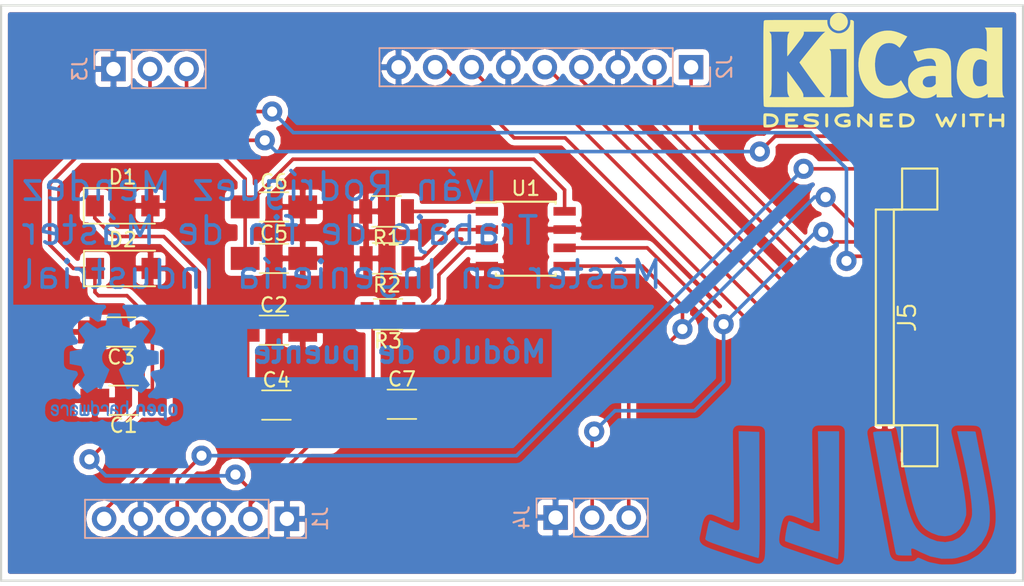
<source format=kicad_pcb>
(kicad_pcb (version 4) (host pcbnew 4.0.7-e2-6376~60~ubuntu17.10.1)
  (title_block (title "Módulo Puente Vías OV5647/IMX219 Conexión DUPONT") (date 2018-04-05) (rev "Rev 1.0") (company "Universidad de la Laguna") (comment 1 "Iván Rodríguez Méndez") (comment 2 "Adaptación multicámara NVIDIA JETSON TX2") (comment 3 "Área de Teoría de la Señal y Comunicación ") (comment 4 "Departamento de Ingeniería Industrial"))
  (layers (0 F.Cu signal) (31 B.Cu signal) (34 B.Paste user) (35 F.Paste user) (36 B.SilkS user) (37 F.SilkS user) (38 B.Mask user) (39 F.Mask user) (44 Edge.Cuts user))
  (net 0 "")
  (net 1 GND)
  (net 2 CON_CSI_D1_P)
  (net 3 CON_CSI_D1_N)
  (net 4 CON_CSI_D0_P)
  (net 5 CON_CSI_CLK_P)
  (net 6 CON_CSI_CLK_N)
  (net 7 CAM_I2C_SCL)
  (net 8 CAM_I2C_SDA)
  (net 9 DVDD_CAM_IO_1V8)
  (net 10 "Net-(R3-Pad1)")
  (net 11 CON_CSI_D0_N)
  (net 12 CAM0_MCLK)
  (net 13 CAM0_PWDN)
  (net 14 VDD_3V3_SLP)
  (net 15 AVDD_CAM_2V8)
  (net 16 "Net-(R1-Pad1)")
  (net 17 "Net-(R2-Pad1)")
  (module Capacitors_SMD:C_1206_HandSoldering (layer F.Cu) (at 107.51312 97.45472 180)
    (fp_text reference C1 (at 0 -1.75 180) (layer F.SilkS))
    (fp_text value "0,1 uF")
    (pad 1 smd rect (at -2 0 180) (size 2 1.6) (layers F.Cu F.Paste F.Mask) (net 9 DVDD_CAM_IO_1V8))
    (pad 2 smd rect (at 2 0 180) (size 2 1.6) (layers F.Cu F.Paste F.Mask) (net 1 GND))
  )
  (module Capacitors_SMD:C_1206_HandSoldering (layer F.Cu) (at 117.9576 92.583)
    (fp_text reference C2 (at 0 -1.75) (layer F.SilkS))
    (fp_text value "4,7 uF")
    (pad 1 smd rect (at -2 0) (size 2 1.6) (layers F.Cu F.Paste F.Mask) (net 15 AVDD_CAM_2V8))
    (pad 2 smd rect (at 2 0) (size 2 1.6) (layers F.Cu F.Paste F.Mask) (net 1 GND))
  )
  (module Capacitors_SMD:C_1206_HandSoldering (layer F.Cu) (at 107.34548 92.70492 180)
    (fp_text reference C3 (at 0 -1.75 180) (layer F.SilkS))
    (fp_text value "0,1 uF")
    (pad 1 smd rect (at -2 0 180) (size 2 1.6) (layers F.Cu F.Paste F.Mask) (net 9 DVDD_CAM_IO_1V8))
    (pad 2 smd rect (at 2 0 180) (size 2 1.6) (layers F.Cu F.Paste F.Mask) (net 1 GND))
  )
  (module Capacitors_SMD:C_1206_HandSoldering (layer F.Cu) (at 118.13032 97.79)
    (fp_text reference C4 (at 0 -1.75) (layer F.SilkS))
    (fp_text value "0,1 uF")
    (pad 1 smd rect (at -2 0) (size 2 1.6) (layers F.Cu F.Paste F.Mask) (net 15 AVDD_CAM_2V8))
    (pad 2 smd rect (at 2 0) (size 2 1.6) (layers F.Cu F.Paste F.Mask) (net 1 GND))
  )
  (module Capacitors_SMD:C_1206_HandSoldering (layer F.Cu) (at 117.9576 87.5919)
    (fp_text reference C5 (at 0 -1.75) (layer F.SilkS))
    (fp_text value "4,7 uF")
    (pad 1 smd rect (at -2 0) (size 2 1.6) (layers F.Cu F.Paste F.Mask) (net 9 DVDD_CAM_IO_1V8))
    (pad 2 smd rect (at 2 0) (size 2 1.6) (layers F.Cu F.Paste F.Mask) (net 1 GND))
  )
  (module Capacitors_SMD:C_1206_HandSoldering (layer F.Cu) (at 117.9576 84.0105)
    (fp_text reference C6 (at 0 -1.75) (layer F.SilkS))
    (fp_text value "0,1 uF")
    (pad 1 smd rect (at -2 0) (size 2 1.6) (layers F.Cu F.Paste F.Mask) (net 9 DVDD_CAM_IO_1V8))
    (pad 2 smd rect (at 2 0) (size 2 1.6) (layers F.Cu F.Paste F.Mask) (net 1 GND))
  )
  (module Capacitors_SMD:C_1206_HandSoldering (layer F.Cu) (at 126.8476 97.73412)
    (fp_text reference C7 (at 0 -1.75) (layer F.SilkS))
    (fp_text value 0.1uF)
    (pad 1 smd rect (at -2 0) (size 2 1.6) (layers F.Cu F.Paste F.Mask) (net 9 DVDD_CAM_IO_1V8))
    (pad 2 smd rect (at 2 0) (size 2 1.6) (layers F.Cu F.Paste F.Mask) (net 1 GND))
  )
  (module Diodes_SMD:D_2010 (layer F.Cu) (at 107.442 83.9343)
    (fp_text reference D1 (at 0 -2) (layer F.SilkS))
    (fp_text value D_Zener)
    (pad 1 smd rect (at -1.935 0) (size 1.27 1.47) (layers F.Cu F.Paste F.Mask) (net 15 AVDD_CAM_2V8))
    (pad 2 smd rect (at 1.935 0) (size 1.27 1.47) (layers F.Cu F.Paste F.Mask) (net 1 GND))
  )
  (module Diodes_SMD:D_2010 (layer F.Cu) (at 107.45724 88.2904)
    (fp_text reference D2 (at 0 -2) (layer F.SilkS))
    (fp_text value D_Zener)
    (pad 1 smd rect (at -1.935 0) (size 1.27 1.47) (layers F.Cu F.Paste F.Mask) (net 9 DVDD_CAM_IO_1V8))
    (pad 2 smd rect (at 1.935 0) (size 1.27 1.47) (layers F.Cu F.Paste F.Mask) (net 1 GND))
  )
  (module Pin_Headers:Pin_Header_Straight_1x06_Pitch2.54mm (layer B.Cu) (at 118.8593 105.7021 90)
    (fp_text reference J1 (at 0 2.33 90) (layer B.SilkS) (effects (justify mirror)))
    (fp_text value Conn_01x06)
    (pad 1 thru_hole rect (at 0 0 90) (size 1.7 1.7) (drill 1) (layers *.Cu *.Mask) (net 1 GND))
    (pad 2 thru_hole oval (at 0 -2.54 90) (size 1.7 1.7) (drill 1) (layers *.Cu *.Mask) (net 9 DVDD_CAM_IO_1V8))
    (pad 3 thru_hole oval (at 0 -5.08 90) (size 1.7 1.7) (drill 1) (layers *.Cu *.Mask) (net 1 GND))
    (pad 4 thru_hole oval (at 0 -7.62 90) (size 1.7 1.7) (drill 1) (layers *.Cu *.Mask) (net 14 VDD_3V3_SLP))
    (pad 5 thru_hole oval (at 0 -10.16 90) (size 1.7 1.7) (drill 1) (layers *.Cu *.Mask) (net 1 GND))
    (pad 6 thru_hole oval (at 0 -12.7 90) (size 1.7 1.7) (drill 1) (layers *.Cu *.Mask) (net 15 AVDD_CAM_2V8))
  )
  (module Pin_Headers:Pin_Header_Straight_1x09_Pitch2.54mm (layer B.Cu) (at 146.939 74.295 90)
    (fp_text reference J2 (at 0 2.33 90) (layer B.SilkS) (effects (justify mirror)))
    (fp_text value Conn_01x09)
    (pad 1 thru_hole rect (at 0 0 90) (size 1.7 1.7) (drill 1) (layers *.Cu *.Mask) (net 5 CON_CSI_CLK_P))
    (pad 2 thru_hole oval (at 0 -2.54 90) (size 1.7 1.7) (drill 1) (layers *.Cu *.Mask) (net 6 CON_CSI_CLK_N))
    (pad 3 thru_hole oval (at 0 -5.08 90) (size 1.7 1.7) (drill 1) (layers *.Cu *.Mask) (net 1 GND))
    (pad 4 thru_hole oval (at 0 -7.62 90) (size 1.7 1.7) (drill 1) (layers *.Cu *.Mask) (net 2 CON_CSI_D1_P))
    (pad 5 thru_hole oval (at 0 -10.16 90) (size 1.7 1.7) (drill 1) (layers *.Cu *.Mask) (net 3 CON_CSI_D1_N))
    (pad 6 thru_hole oval (at 0 -12.7 90) (size 1.7 1.7) (drill 1) (layers *.Cu *.Mask) (net 1 GND))
    (pad 7 thru_hole oval (at 0 -15.24 90) (size 1.7 1.7) (drill 1) (layers *.Cu *.Mask) (net 4 CON_CSI_D0_P))
    (pad 8 thru_hole oval (at 0 -17.78 90) (size 1.7 1.7) (drill 1) (layers *.Cu *.Mask) (net 11 CON_CSI_D0_N))
    (pad 9 thru_hole oval (at 0 -20.32 90) (size 1.7 1.7) (drill 1) (layers *.Cu *.Mask) (net 1 GND))
  )
  (module Pin_Headers:Pin_Header_Straight_1x03_Pitch2.54mm (layer B.Cu) (at 106.807 74.422 270)
    (fp_text reference J3 (at 0 2.33 270) (layer B.SilkS) (effects (justify mirror)))
    (fp_text value Conn_01x03)
    (pad 1 thru_hole rect (at 0 0 270) (size 1.7 1.7) (drill 1) (layers *.Cu *.Mask) (net 1 GND))
    (pad 2 thru_hole oval (at 0 -2.54 270) (size 1.7 1.7) (drill 1) (layers *.Cu *.Mask) (net 13 CAM0_PWDN))
    (pad 3 thru_hole oval (at 0 -5.08 270) (size 1.7 1.7) (drill 1) (layers *.Cu *.Mask) (net 12 CAM0_MCLK))
  )
  (module Pin_Headers:Pin_Header_Straight_1x03_Pitch2.54mm (layer B.Cu) (at 137.5283 105.6132 270)
    (fp_text reference J4 (at 0 2.33 270) (layer B.SilkS) (effects (justify mirror)))
    (fp_text value Conn_01x03)
    (pad 1 thru_hole rect (at 0 0 270) (size 1.7 1.7) (drill 1) (layers *.Cu *.Mask) (net 1 GND))
    (pad 2 thru_hole oval (at 0 -2.54 270) (size 1.7 1.7) (drill 1) (layers *.Cu *.Mask) (net 7 CAM_I2C_SCL))
    (pad 3 thru_hole oval (at 0 -5.08 270) (size 1.7 1.7) (drill 1) (layers *.Cu *.Mask) (net 8 CAM_I2C_SDA))
  )
  (module Resistors_SMD:R_1206 (layer F.Cu) (at 125.78588 84.32292 180)
    (fp_text reference R1 (at 0 -1.85 180) (layer F.SilkS))
    (fp_text value 4,7k)
    (pad 1 smd rect (at -1.45 0 180) (size 0.9 1.7) (layers F.Cu F.Paste F.Mask) (net 16 "Net-(R1-Pad1)"))
    (pad 2 smd rect (at 1.45 0 180) (size 0.9 1.7) (layers F.Cu F.Paste F.Mask) (net 1 GND))
  )
  (module Resistors_SMD:R_1206 (layer F.Cu) (at 125.81382 87.5919 180)
    (fp_text reference R2 (at 0 -1.85 180) (layer F.SilkS))
    (fp_text value 4,7k)
    (pad 1 smd rect (at -1.45 0 180) (size 0.9 1.7) (layers F.Cu F.Paste F.Mask) (net 17 "Net-(R2-Pad1)"))
    (pad 2 smd rect (at 1.45 0 180) (size 0.9 1.7) (layers F.Cu F.Paste F.Mask) (net 1 GND))
  )
  (module Resistors_SMD:R_1206 (layer F.Cu) (at 125.8824 91.4781 180)
    (fp_text reference R3 (at 0 -1.85 180) (layer F.SilkS))
    (fp_text value 4,7k)
    (pad 1 smd rect (at -1.45 0 180) (size 0.9 1.7) (layers F.Cu F.Paste F.Mask) (net 10 "Net-(R3-Pad1)"))
    (pad 2 smd rect (at 1.45 0 180) (size 0.9 1.7) (layers F.Cu F.Paste F.Mask) (net 9 DVDD_CAM_IO_1V8))
  )
  (module Housings_SOIC:SOIC-8_3.9x4.9mm_Pitch1.27mm (layer F.Cu) (at 135.45312 86.22284)
    (fp_text reference U1 (at 0 -3.5) (layer F.SilkS))
    (fp_text value AT24CS02-MAHM)
    (pad 1 smd rect (at -2.7 -1.905) (size 1.55 0.6) (layers F.Cu F.Paste F.Mask) (net 16 "Net-(R1-Pad1)"))
    (pad 2 smd rect (at -2.7 -0.635) (size 1.55 0.6) (layers F.Cu F.Paste F.Mask) (net 17 "Net-(R2-Pad1)"))
    (pad 3 smd rect (at -2.7 0.635) (size 1.55 0.6) (layers F.Cu F.Paste F.Mask) (net 10 "Net-(R3-Pad1)"))
    (pad 4 smd rect (at -2.7 1.905) (size 1.55 0.6) (layers F.Cu F.Paste F.Mask) (net 1 GND))
    (pad 5 smd rect (at 2.7 1.905) (size 1.55 0.6) (layers F.Cu F.Paste F.Mask) (net 8 CAM_I2C_SDA))
    (pad 6 smd rect (at 2.7 0.635) (size 1.55 0.6) (layers F.Cu F.Paste F.Mask) (net 7 CAM_I2C_SCL))
    (pad 7 smd rect (at 2.7 -0.635) (size 1.55 0.6) (layers F.Cu F.Paste F.Mask) (net 1 GND))
    (pad 8 smd rect (at 2.7 -1.905) (size 1.55 0.6) (layers F.Cu F.Paste F.Mask) (net 9 DVDD_CAM_IO_1V8))
  )
  (module I-PEX-30:Molex-FPC_30 (layer F.Cu) (at 160.401 91.694 90)
    (fp_text reference J5 (at 0 1.55 90) (layer F.SilkS) (effects (font (size 1.2 1.2))))
    (fp_text value Conn_01x30)
    (pad 1 smd rect (at -7.25 0 90) (size 0.2 0.8) (layers F.Cu F.Paste F.Mask) (net 1 GND))
    (pad 2 smd rect (at -6.75 0 90) (size 0.2 0.8) (layers F.Cu F.Paste F.Mask) (net 1 GND))
    (pad 3 smd rect (at -6.25 0 90) (size 0.2 0.8) (layers F.Cu F.Paste F.Mask) (net 11 CON_CSI_D0_N))
    (pad 4 smd rect (at -5.75 0 90) (size 0.2 0.8) (layers F.Cu F.Paste F.Mask) (net 11 CON_CSI_D0_N))
    (pad 5 smd rect (at -5.25 0 90) (size 0.2 0.8) (layers F.Cu F.Paste F.Mask) (net 4 CON_CSI_D0_P))
    (pad 6 smd rect (at -4.75 0 90) (size 0.2 0.8) (layers F.Cu F.Paste F.Mask) (net 4 CON_CSI_D0_P))
    (pad 7 smd rect (at -4.25 0 90) (size 0.2 0.8) (layers F.Cu F.Paste F.Mask) (net 1 GND))
    (pad 8 smd rect (at -3.75 0 90) (size 0.2 0.8) (layers F.Cu F.Paste F.Mask) (net 1 GND))
    (pad 9 smd rect (at -3.25 0 90) (size 0.2 0.8) (layers F.Cu F.Paste F.Mask) (net 3 CON_CSI_D1_N))
    (pad 10 smd rect (at -2.75 0 90) (size 0.2 0.8) (layers F.Cu F.Paste F.Mask) (net 3 CON_CSI_D1_N))
    (pad 11 smd rect (at -2.25 0 90) (size 0.2 0.8) (layers F.Cu F.Paste F.Mask) (net 2 CON_CSI_D1_P))
    (pad 12 smd rect (at -1.75 0 90) (size 0.2 0.8) (layers F.Cu F.Paste F.Mask) (net 2 CON_CSI_D1_P))
    (pad 13 smd rect (at -1.25 0 90) (size 0.2 0.8) (layers F.Cu F.Paste F.Mask) (net 1 GND))
    (pad 14 smd rect (at -0.75 0 90) (size 0.2 0.8) (layers F.Cu F.Paste F.Mask) (net 1 GND))
    (pad 15 smd rect (at -0.25 0 90) (size 0.2 0.8) (layers F.Cu F.Paste F.Mask) (net 6 CON_CSI_CLK_N))
    (pad 16 smd rect (at 0.25 0 90) (size 0.2 0.8) (layers F.Cu F.Paste F.Mask) (net 6 CON_CSI_CLK_N))
    (pad 17 smd rect (at 0.75 0 90) (size 0.2 0.8) (layers F.Cu F.Paste F.Mask) (net 5 CON_CSI_CLK_P))
    (pad 18 smd rect (at 1.25 0 90) (size 0.2 0.8) (layers F.Cu F.Paste F.Mask) (net 5 CON_CSI_CLK_P))
    (pad 19 smd rect (at 1.75 0 90) (size 0.2 0.8) (layers F.Cu F.Paste F.Mask) (net 1 GND))
    (pad 20 smd rect (at 2.25 0 90) (size 0.2 0.8) (layers F.Cu F.Paste F.Mask) (net 1 GND))
    (pad 21 smd rect (at 2.75 0 90) (size 0.2 0.8) (layers F.Cu F.Paste F.Mask) (net 13 CAM0_PWDN))
    (pad 22 smd rect (at 3.25 0 90) (size 0.2 0.8) (layers F.Cu F.Paste F.Mask) (net 13 CAM0_PWDN))
    (pad 23 smd rect (at 3.75 0 90) (size 0.2 0.8) (layers F.Cu F.Paste F.Mask) (net 12 CAM0_MCLK))
    (pad 24 smd rect (at 4.25 0 90) (size 0.2 0.8) (layers F.Cu F.Paste F.Mask) (net 12 CAM0_MCLK))
    (pad 25 smd rect (at 4.75 0 90) (size 0.2 0.8) (layers F.Cu F.Paste F.Mask) (net 7 CAM_I2C_SCL))
    (pad 26 smd rect (at 5.25 0 90) (size 0.2 0.8) (layers F.Cu F.Paste F.Mask) (net 7 CAM_I2C_SCL))
    (pad 27 smd rect (at 5.75 0 90) (size 0.2 0.8) (layers F.Cu F.Paste F.Mask) (net 8 CAM_I2C_SDA))
    (pad 28 smd rect (at 6.25 0 90) (size 0.2 0.8) (layers F.Cu F.Paste F.Mask) (net 8 CAM_I2C_SDA))
    (pad 29 smd rect (at 6.75 0 90) (size 0.2 0.8) (layers F.Cu F.Paste F.Mask) (net 14 VDD_3V3_SLP))
    (pad 30 smd rect (at 7.25 0 90) (size 0.2 0.8) (layers F.Cu F.Paste F.Mask) (net 14 VDD_3V3_SLP))
    (pad 0 smd rect (at -9.15 2.5 90) (size 1.5 2) (layers F.Cu F.Paste F.Mask) (net 1 GND))
    (pad 0 smd rect (at 9.15 2.5 90) (size 1.5 2) (layers F.Cu F.Paste F.Mask) (net 1 GND))
  )
  (module "Logotipos :LOGO" (layer B.Cu) (at 158.0642 104.1019 180)
    (fp_text reference G*** hide)
    (fp_text value LOGO hide)
    (fp_poly (pts (xy -7.415561 4.2545) (xy -7.466081 4.038804) (xy -7.537631 3.741483) (xy -7.582979 3.556) (xy -7.800147 2.63536) (xy -7.988519 1.75909) (xy -8.145182 0.945445) (xy -8.267224 0.212681) (xy -8.35173 -0.420947) (xy -8.395788 -0.937181) (xy -8.396484 -1.317767) (xy -8.380985 -1.444687) (xy -8.194872 -2.050004) (xy -7.898683 -2.539271) (xy -7.509947 -2.903493) (xy -7.046193 -3.133675) (xy -6.524949 -3.22082) (xy -5.963746 -3.155933) (xy -5.43341 -2.957334) (xy -5.158692 -2.807735) (xy -4.916748 -2.642537) (xy -4.702064 -2.44798) (xy -4.509121 -2.210306) (xy -4.332405 -1.915754) (xy -4.1664 -1.550567) (xy -4.005589 -1.100984) (xy -3.844457 -0.553246) (xy -3.677488 0.106405) (xy -3.499166 0.891729) (xy -3.303975 1.816485) (xy -3.086398 2.894432) (xy -3.085324 2.899834) (xy -2.769526 4.487334) (xy -2.146763 4.487334) (xy -1.794285 4.475141) (xy -1.582374 4.44006) (xy -1.524 4.394326) (xy -1.539234 4.293827) (xy -1.582492 4.046513) (xy -1.650106 3.671913) (xy -1.738411 3.189554) (xy -1.843739 2.618963) (xy -1.962424 1.979667) (xy -2.0908 1.291194) (xy -2.225198 0.573072) (xy -2.361954 -0.155173) (xy -2.4974 -0.874013) (xy -2.627869 -1.56392) (xy -2.749695 -2.205367) (xy -2.859212 -2.778827) (xy -2.952751 -3.264772) (xy -3.026648 -3.643675) (xy -3.077235 -3.896009) (xy -3.100301 -4.0005) (xy -3.156606 -4.08446) (xy -3.288482 -4.130091) (xy -3.534745 -4.147416) (xy -3.674042 -4.148666) (xy -4.204007 -4.148666) (xy -4.166727 -3.894666) (xy -4.158471 -3.728929) (xy -4.211382 -3.657295) (xy -4.348262 -3.679604) (xy -4.591914 -3.795698) (xy -4.763783 -3.890486) (xy -5.496469 -4.210282) (xy -6.263428 -4.367668) (xy -7.047274 -4.359791) (xy -7.343166 -4.313423) (xy -8.025209 -4.104881) (xy -8.593056 -3.771362) (xy -9.045995 -3.313515) (xy -9.383311 -2.73199) (xy -9.531201 -2.319535) (xy -9.59731 -2.021954) (xy -9.631288 -1.679166) (xy -9.631458 -1.273846) (xy -9.596147 -0.788668) (xy -9.52368 -0.206308) (xy -9.412381 0.49056) (xy -9.260575 1.31926) (xy -9.101513 2.125057) (xy -8.980293 2.725707) (xy -8.870831 3.270072) (xy -8.77741 3.736698) (xy -8.704311 4.104129) (xy -8.655818 4.350912) (xy -8.63621 4.455592) (xy -8.636 4.457526) (xy -8.558228 4.471759) (xy -8.352465 4.482295) (xy -8.060048 4.487199) (xy -7.999387 4.487334) (xy -7.362774 4.487334) (xy -7.415561 4.2545)) (layer B.Cu) (width 0.01))
    (fp_poly (pts (xy 2.245718 1.016) (xy 2.183124 -2.455333) (xy 2.382728 -2.452337) (xy 2.54028 -2.417818) (xy 2.809919 -2.326846) (xy 3.150179 -2.194346) (xy 3.429 -2.075716) (xy 3.775957 -1.929775) (xy 4.064716 -1.821769) (xy 4.261547 -1.763459) (xy 4.330922 -1.761213) (xy 4.380767 -1.877028) (xy 4.440642 -2.102133) (xy 4.501378 -2.387097) (xy 4.553804 -2.682489) (xy 4.588749 -2.93888) (xy 4.597042 -3.106838) (xy 4.587324 -3.143261) (xy 4.493169 -3.184337) (xy 4.262266 -3.269424) (xy 3.918865 -3.390056) (xy 3.487213 -3.537762) (xy 2.991558 -3.704076) (xy 2.794 -3.769557) (xy 2.277182 -3.940462) (xy 1.811742 -4.094714) (xy 1.42277 -4.223969) (xy 1.135356 -4.319886) (xy 0.974591 -4.374121) (xy 0.9525 -4.381854) (xy 0.928309 -4.358805) (xy 0.90786 -4.262951) (xy 0.890885 -4.083087) (xy 0.877116 -3.808011) (xy 0.866283 -3.426519) (xy 0.858118 -2.927406) (xy 0.852353 -2.299471) (xy 0.848719 -1.531509) (xy 0.846947 -0.612317) (xy 0.846666 0.033275) (xy 0.846666 4.487334) (xy 2.308313 4.487334) (xy 2.245718 1.016)) (layer B.Cu) (width 0.01))
    (fp_poly (pts (xy 7.765501 1.200305) (xy 7.755362 0.463407) (xy 7.748281 -0.22525) (xy 7.744279 -0.846152) (xy 7.743377 -1.379786) (xy 7.745598 -1.806639) (xy 7.750963 -2.107199) (xy 7.759494 -2.261951) (xy 7.761626 -2.273859) (xy 7.804331 -2.366261) (xy 7.887278 -2.40812) (xy 8.033762 -2.394562) (xy 8.267074 -2.320714) (xy 8.610507 -2.181704) (xy 8.986123 -2.017673) (xy 9.312029 -1.876637) (xy 9.581508 -1.766594) (xy 9.756009 -1.702966) (xy 9.796988 -1.693333) (xy 9.852443 -1.769581) (xy 9.918686 -1.968628) (xy 9.976293 -2.2225) (xy 10.036975 -2.532349) (xy 10.09294 -2.796934) (xy 10.125318 -2.932663) (xy 10.131706 -2.994437) (xy 10.102063 -3.052774) (xy 10.017527 -3.116079) (xy 9.859239 -3.19276) (xy 9.608336 -3.291222) (xy 9.245957 -3.419872) (xy 8.753243 -3.587117) (xy 8.368179 -3.715829) (xy 7.841343 -3.88991) (xy 7.365487 -4.044257) (xy 6.965054 -4.171175) (xy 6.664487 -4.262973) (xy 6.488229 -4.311955) (xy 6.455027 -4.318) (xy 6.430628 -4.286269) (xy 6.410422 -4.183414) (xy 6.394189 -3.997945) (xy 6.381706 -3.718368) (xy 6.372751 -3.333191) (xy 6.367102 -2.830923) (xy 6.364537 -2.200071) (xy 6.364835 -1.429143) (xy 6.367773 -0.506647) (xy 6.370404 0.0635) (xy 6.392333 4.445) (xy 7.816407 4.49462) (xy 7.765501 1.200305)) (layer B.Cu) (width 0.01))
  )
  (module Symbols:OSHW-Logo2_9.8x8mm_Copper (layer B.Cu) (at 106.8578 95.123 180)
    (fp_text reference REF*** hide)
    (fp_text value OSHW-Logo2_9.8x8mm_Copper hide)
    (fp_poly (pts (xy -3.231114 -2.584505) (xy -3.156461 -2.621727) (xy -3.090569 -2.690261) (xy -3.072423 -2.715648) (xy -3.052655 -2.748866) (xy -3.039828 -2.784945) (xy -3.03249 -2.833098) (xy -3.029187 -2.902536) (xy -3.028462 -2.994206) (xy -3.031737 -3.11983) (xy -3.043123 -3.214154) (xy -3.064959 -3.284523) (xy -3.099581 -3.338286) (xy -3.14933 -3.382788) (xy -3.152986 -3.385423) (xy -3.202015 -3.412377) (xy -3.261055 -3.425712) (xy -3.336141 -3.429) (xy -3.458205 -3.429) (xy -3.458256 -3.547497) (xy -3.459392 -3.613492) (xy -3.466314 -3.652202) (xy -3.484402 -3.675419) (xy -3.519038 -3.694933) (xy -3.527355 -3.69892) (xy -3.56628 -3.717603) (xy -3.596417 -3.729403) (xy -3.618826 -3.730422) (xy -3.634567 -3.716761) (xy -3.644698 -3.684522) (xy -3.650277 -3.629804) (xy -3.652365 -3.548711) (xy -3.652019 -3.437344) (xy -3.6503 -3.291802) (xy -3.649763 -3.248269) (xy -3.647828 -3.098205) (xy -3.646096 -3.000042) (xy -3.458308 -3.000042) (xy -3.457252 -3.083364) (xy -3.452562 -3.13788) (xy -3.441949 -3.173837) (xy -3.423128 -3.201482) (xy -3.41035 -3.214965) (xy -3.35811 -3.254417) (xy -3.311858 -3.257628) (xy -3.264133 -3.225049) (xy -3.262923 -3.223846) (xy -3.243506 -3.198668) (xy -3.231693 -3.164447) (xy -3.225735 -3.111748) (xy -3.22388 -3.031131) (xy -3.223846 -3.013271) (xy -3.22833 -2.902175) (xy -3.242926 -2.825161) (xy -3.26935 -2.778147) (xy -3.309317 -2.75705) (xy -3.332416 -2.754923) (xy -3.387238 -2.7649) (xy -3.424842 -2.797752) (xy -3.447477 -2.857857) (xy -3.457394 -2.949598) (xy -3.458308 -3.000042) (xy -3.646096 -3.000042) (xy -3.645778 -2.98206) (xy -3.643127 -2.894679) (xy -3.639394 -2.830905) (xy -3.634093 -2.785582) (xy -3.626742 -2.753555) (xy -3.616857 -2.729668) (xy -3.603954 -2.708764) (xy -3.598421 -2.700898) (xy -3.525031 -2.626595) (xy -3.43224 -2.584467) (xy -3.324904 -2.572722) (xy -3.231114 -2.584505)) (layer B.Cu) (width 0.01))
    (fp_poly (pts (xy -1.728336 -2.595089) (xy -1.665633 -2.631358) (xy -1.622039 -2.667358) (xy -1.590155 -2.705075) (xy -1.56819 -2.751199) (xy -1.554351 -2.812421) (xy -1.546847 -2.895431) (xy -1.543883 -3.006919) (xy -1.543539 -3.087062) (xy -1.543539 -3.382065) (xy -1.709615 -3.456515) (xy -1.719385 -3.133402) (xy -1.723421 -3.012729) (xy -1.727656 -2.925141) (xy -1.732903 -2.86465) (xy -1.739975 -2.825268) (xy -1.749689 -2.801007) (xy -1.762856 -2.78588) (xy -1.767081 -2.782606) (xy -1.831091 -2.757034) (xy -1.895792 -2.767153) (xy -1.934308 -2.794) (xy -1.949975 -2.813024) (xy -1.96082 -2.837988) (xy -1.967712 -2.875834) (xy -1.971521 -2.933502) (xy -1.973117 -3.017935) (xy -1.973385 -3.105928) (xy -1.973437 -3.216323) (xy -1.975328 -3.294463) (xy -1.981655 -3.347165) (xy -1.995017 -3.381242) (xy -2.018015 -3.403511) (xy -2.053246 -3.420787) (xy -2.100303 -3.438738) (xy -2.151697 -3.458278) (xy -2.145579 -3.111485) (xy -2.143116 -2.986468) (xy -2.140233 -2.894082) (xy -2.136102 -2.827881) (xy -2.129893 -2.78142) (xy -2.120774 -2.748256) (xy -2.107917 -2.721944) (xy -2.092416 -2.698729) (xy -2.017629 -2.624569) (xy -1.926372 -2.581684) (xy -1.827117 -2.571412) (xy -1.728336 -2.595089)) (layer B.Cu) (width 0.01))
    (fp_poly (pts (xy -3.983114 -2.587256) (xy -3.891536 -2.635409) (xy -3.823951 -2.712905) (xy -3.799943 -2.762727) (xy -3.781262 -2.837533) (xy -3.771699 -2.932052) (xy -3.770792 -3.03521) (xy -3.778079 -3.135935) (xy -3.793097 -3.223153) (xy -3.815385 -3.285791) (xy -3.822235 -3.296579) (xy -3.903368 -3.377105) (xy -3.999734 -3.425336) (xy -4.104299 -3.43945) (xy -4.210032 -3.417629) (xy -4.239457 -3.404547) (xy -4.296759 -3.364231) (xy -4.34705 -3.310775) (xy -4.351803 -3.303995) (xy -4.371122 -3.271321) (xy -4.383892 -3.236394) (xy -4.391436 -3.190414) (xy -4.395076 -3.124584) (xy -4.396135 -3.030105) (xy -4.396154 -3.008923) (xy -4.396106 -3.002182) (xy -4.200769 -3.002182) (xy -4.199632 -3.091349) (xy -4.195159 -3.15052) (xy -4.185754 -3.188741) (xy -4.169824 -3.215053) (xy -4.161692 -3.223846) (xy -4.114942 -3.257261) (xy -4.069553 -3.255737) (xy -4.02366 -3.226752) (xy -3.996288 -3.195809) (xy -3.980077 -3.150643) (xy -3.970974 -3.07942) (xy -3.970349 -3.071114) (xy -3.968796 -2.942037) (xy -3.985035 -2.846172) (xy -4.018848 -2.784107) (xy -4.070016 -2.756432) (xy -4.08828 -2.754923) (xy -4.13624 -2.762513) (xy -4.169047 -2.788808) (xy -4.189105 -2.839095) (xy -4.198822 -2.918664) (xy -4.200769 -3.002182) (xy -4.396106 -3.002182) (xy -4.395426 -2.908249) (xy -4.392371 -2.837906) (xy -4.385678 -2.789163) (xy -4.37404 -2.753288) (xy -4.356147 -2.721548) (xy -4.352192 -2.715648) (xy -4.285733 -2.636104) (xy -4.213315 -2.589929) (xy -4.125151 -2.571599) (xy -4.095213 -2.570703) (xy -3.983114 -2.587256)) (layer B.Cu) (width 0.01))
    (fp_poly (pts (xy -2.465746 -2.599745) (xy -2.388714 -2.651567) (xy -2.329184 -2.726412) (xy -2.293622 -2.821654) (xy -2.286429 -2.891756) (xy -2.287246 -2.921009) (xy -2.294086 -2.943407) (xy -2.312888 -2.963474) (xy -2.349592 -2.985733) (xy -2.410138 -3.014709) (xy -2.500466 -3.054927) (xy -2.500923 -3.055129) (xy -2.584067 -3.09321) (xy -2.652247 -3.127025) (xy -2.698495 -3.152933) (xy -2.715842 -3.167295) (xy -2.715846 -3.167411) (xy -2.700557 -3.198685) (xy -2.664804 -3.233157) (xy -2.623758 -3.25799) (xy -2.602963 -3.262923) (xy -2.54623 -3.245862) (xy -2.497373 -3.203133) (xy -2.473535 -3.156155) (xy -2.450603 -3.121522) (xy -2.405682 -3.082081) (xy -2.352877 -3.048009) (xy -2.30629 -3.02948) (xy -2.296548 -3.028462) (xy -2.285582 -3.045215) (xy -2.284921 -3.088039) (xy -2.29298 -3.145781) (xy -2.308173 -3.207289) (xy -2.328914 -3.261409) (xy -2.329962 -3.26351) (xy -2.392379 -3.35066) (xy -2.473274 -3.409939) (xy -2.565144 -3.439034) (xy -2.660487 -3.435634) (xy -2.751802 -3.397428) (xy -2.755862 -3.394741) (xy -2.827694 -3.329642) (xy -2.874927 -3.244705) (xy -2.901066 -3.133021) (xy -2.904574 -3.101643) (xy -2.910787 -2.953536) (xy -2.903339 -2.884468) (xy -2.715846 -2.884468) (xy -2.71341 -2.927552) (xy -2.700086 -2.940126) (xy -2.666868 -2.930719) (xy -2.614506 -2.908483) (xy -2.555976 -2.88061) (xy -2.554521 -2.879872) (xy -2.504911 -2.853777) (xy -2.485 -2.836363) (xy -2.48991 -2.818107) (xy -2.510584 -2.79412) (xy -2.563181 -2.759406) (xy -2.619823 -2.756856) (xy -2.670631 -2.782119) (xy -2.705724 -2.830847) (xy -2.715846 -2.884468) (xy -2.903339 -2.884468) (xy -2.898008 -2.835036) (xy -2.865222 -2.741055) (xy -2.819579 -2.675215) (xy -2.737198 -2.608681) (xy -2.646454 -2.575676) (xy -2.553815 -2.573573) (xy -2.465746 -2.599745)) (layer B.Cu) (width 0.01))
    (fp_poly (pts (xy -0.840154 -2.49212) (xy -0.834428 -2.57198) (xy -0.827851 -2.619039) (xy -0.818738 -2.639566) (xy -0.805402 -2.639829) (xy -0.801077 -2.637378) (xy -0.743556 -2.619636) (xy -0.668732 -2.620672) (xy -0.592661 -2.63891) (xy -0.545082 -2.662505) (xy -0.496298 -2.700198) (xy -0.460636 -2.742855) (xy -0.436155 -2.797057) (xy -0.420913 -2.869384) (xy -0.41297 -2.966419) (xy -0.410384 -3.094742) (xy -0.410338 -3.119358) (xy -0.410308 -3.39587) (xy -0.471839 -3.41732) (xy -0.515541 -3.431912) (xy -0.539518 -3.438706) (xy -0.540223 -3.438769) (xy -0.542585 -3.420345) (xy -0.544594 -3.369526) (xy -0.546099 -3.292993) (xy -0.546947 -3.19743) (xy -0.547077 -3.139329) (xy -0.547349 -3.024771) (xy -0.548748 -2.942667) (xy -0.552151 -2.886393) (xy -0.558433 -2.849326) (xy -0.568471 -2.824844) (xy -0.583139 -2.806325) (xy -0.592298 -2.797406) (xy -0.655211 -2.761466) (xy -0.723864 -2.758775) (xy -0.786152 -2.78917) (xy -0.797671 -2.800144) (xy -0.814567 -2.820779) (xy -0.826286 -2.845256) (xy -0.833767 -2.880647) (xy -0.837946 -2.934026) (xy -0.839763 -3.012466) (xy -0.840154 -3.120617) (xy -0.840154 -3.39587) (xy -0.901685 -3.41732) (xy -0.945387 -3.431912) (xy -0.969364 -3.438706) (xy -0.97007 -3.438769) (xy -0.971874 -3.420069) (xy -0.9735 -3.367322) (xy -0.974883 -3.285557) (xy -0.975958 -3.179805) (xy -0.97666 -3.055094) (xy -0.976923 -2.916455) (xy -0.976923 -2.381806) (xy -0.849923 -2.328236) (xy -0.840154 -2.49212)) (layer B.Cu) (width 0.01))
    (fp_poly (pts (xy 0.053501 -2.626303) (xy 0.13006 -2.654733) (xy 0.130936 -2.655279) (xy 0.178285 -2.690127) (xy 0.213241 -2.730852) (xy 0.237825 -2.783925) (xy 0.254062 -2.855814) (xy 0.263975 -2.952992) (xy 0.269586 -3.081928) (xy 0.270077 -3.100298) (xy 0.277141 -3.377287) (xy 0.217695 -3.408028) (xy 0.174681 -3.428802) (xy 0.14871 -3.438646) (xy 0.147509 -3.438769) (xy 0.143014 -3.420606) (xy 0.139444 -3.371612) (xy 0.137248 -3.300031) (xy 0.136769 -3.242068) (xy 0.136758 -3.14817) (xy 0.132466 -3.089203) (xy 0.117503 -3.061079) (xy 0.085482 -3.059706) (xy 0.030014 -3.080998) (xy -0.053731 -3.120136) (xy -0.115311 -3.152643) (xy -0.146983 -3.180845) (xy -0.156294 -3.211582) (xy -0.156308 -3.213104) (xy -0.140943 -3.266054) (xy -0.095453 -3.29466) (xy -0.025834 -3.298803) (xy 0.024313 -3.298084) (xy 0.050754 -3.312527) (xy 0.067243 -3.347218) (xy 0.076733 -3.391416) (xy 0.063057 -3.416493) (xy 0.057907 -3.420082) (xy 0.009425 -3.434496) (xy -0.058469 -3.436537) (xy -0.128388 -3.426983) (xy -0.177932 -3.409522) (xy -0.24643 -3.351364) (xy -0.285366 -3.270408) (xy -0.293077 -3.20716) (xy -0.287193 -3.150111) (xy -0.265899 -3.103542) (xy -0.223735 -3.062181) (xy -0.155241 -3.020755) (xy -0.054956 -2.973993) (xy -0.048846 -2.97135) (xy 0.04149 -2.929617) (xy 0.097235 -2.895391) (xy 0.121129 -2.864635) (xy 0.115913 -2.833311) (xy 0.084328 -2.797383) (xy 0.074883 -2.789116) (xy 0.011617 -2.757058) (xy -0.053936 -2.758407) (xy -0.111028 -2.789838) (xy -0.148907 -2.848024) (xy -0.152426 -2.859446) (xy -0.1867 -2.914837) (xy -0.230191 -2.941518) (xy -0.293077 -2.96796) (xy -0.293077 -2.899548) (xy -0.273948 -2.80011) (xy -0.217169 -2.708902) (xy -0.187622 -2.678389) (xy -0.120458 -2.639228) (xy -0.035044 -2.6215) (xy 0.053501 -2.626303)) (layer B.Cu) (width 0.01))
    (fp_poly (pts (xy 0.713362 -2.62467) (xy 0.802117 -2.657421) (xy 0.874022 -2.71535) (xy 0.902144 -2.756128) (xy 0.932802 -2.830954) (xy 0.932165 -2.885058) (xy 0.899987 -2.921446) (xy 0.888081 -2.927633) (xy 0.836675 -2.946925) (xy 0.810422 -2.941982) (xy 0.80153 -2.909587) (xy 0.801077 -2.891692) (xy 0.784797 -2.825859) (xy 0.742365 -2.779807) (xy 0.683388 -2.757564) (xy 0.617475 -2.763161) (xy 0.563895 -2.792229) (xy 0.545798 -2.80881) (xy 0.532971 -2.828925) (xy 0.524306 -2.859332) (xy 0.518696 -2.906788) (xy 0.515035 -2.97805) (xy 0.512215 -3.079875) (xy 0.511484 -3.112115) (xy 0.50882 -3.22241) (xy 0.505792 -3.300036) (xy 0.50125 -3.351396) (xy 0.494046 -3.38289) (xy 0.483033 -3.40092) (xy 0.46706 -3.411888) (xy 0.456834 -3.416733) (xy 0.413406 -3.433301) (xy 0.387842 -3.438769) (xy 0.379395 -3.420507) (xy 0.374239 -3.365296) (xy 0.372346 -3.272499) (xy 0.373689 -3.141478) (xy 0.374107 -3.121269) (xy 0.377058 -3.001733) (xy 0.380548 -2.914449) (xy 0.385514 -2.852591) (xy 0.392893 -2.809336) (xy 0.403624 -2.77786) (xy 0.418645 -2.751339) (xy 0.426502 -2.739975) (xy 0.471553 -2.689692) (xy 0.52194 -2.650581) (xy 0.528108 -2.647167) (xy 0.618458 -2.620212) (xy 0.713362 -2.62467)) (layer B.Cu) (width 0.01))
    (fp_poly (pts (xy 1.602081 -2.780289) (xy 1.601833 -2.92632) (xy 1.600872 -3.038655) (xy 1.598794 -3.122678) (xy 1.595193 -3.183769) (xy 1.589665 -3.227309) (xy 1.581804 -3.258679) (xy 1.571207 -3.283262) (xy 1.563182 -3.297294) (xy 1.496728 -3.373388) (xy 1.41247 -3.421084) (xy 1.319249 -3.438199) (xy 1.2259 -3.422546) (xy 1.170312 -3.394418) (xy 1.111957 -3.34576) (xy 1.072186 -3.286333) (xy 1.04819 -3.208507) (xy 1.037161 -3.104652) (xy 1.035599 -3.028462) (xy 1.035809 -3.022986) (xy 1.172308 -3.022986) (xy 1.173141 -3.110355) (xy 1.176961 -3.168192) (xy 1.185746 -3.206029) (xy 1.201474 -3.233398) (xy 1.220266 -3.254042) (xy 1.283375 -3.29389) (xy 1.351137 -3.297295) (xy 1.415179 -3.264025) (xy 1.420164 -3.259517) (xy 1.441439 -3.236067) (xy 1.454779 -3.208166) (xy 1.462001 -3.166641) (xy 1.464923 -3.102316) (xy 1.465385 -3.0312) (xy 1.464383 -2.941858) (xy 1.460238 -2.882258) (xy 1.451236 -2.843089) (xy 1.435667 -2.81504) (xy 1.422902 -2.800144) (xy 1.3636 -2.762575) (xy 1.295301 -2.758057) (xy 1.23011 -2.786753) (xy 1.217528 -2.797406) (xy 1.196111 -2.821063) (xy 1.182744 -2.849251) (xy 1.175566 -2.891245) (xy 1.172719 -2.956319) (xy 1.172308 -3.022986) (xy 1.035809 -3.022986) (xy 1.040322 -2.905765) (xy 1.056362 -2.813577) (xy 1.086528 -2.744269) (xy 1.133629 -2.690211) (xy 1.170312 -2.662505) (xy 1.23699 -2.632572) (xy 1.314272 -2.618678) (xy 1.38611 -2.622397) (xy 1.426308 -2.6374) (xy 1.442082 -2.64167) (xy 1.45255 -2.62575) (xy 1.459856 -2.583089) (xy 1.465385 -2.518106) (xy 1.471437 -2.445732) (xy 1.479844 -2.402187) (xy 1.495141 -2.377287) (xy 1.521864 -2.360845) (xy 1.538654 -2.353564) (xy 1.602154 -2.326963) (xy 1.602081 -2.780289)) (layer B.Cu) (width 0.01))
    (fp_poly (pts (xy 2.395929 -2.636662) (xy 2.398911 -2.688068) (xy 2.401247 -2.766192) (xy 2.402749 -2.864857) (xy 2.403231 -2.968343) (xy 2.403231 -3.318533) (xy 2.341401 -3.380363) (xy 2.298793 -3.418462) (xy 2.26139 -3.433895) (xy 2.21027 -3.432918) (xy 2.189978 -3.430433) (xy 2.126554 -3.4232) (xy 2.074095 -3.419055) (xy 2.061308 -3.418672) (xy 2.018199 -3.421176) (xy 1.956544 -3.427462) (xy 1.932638 -3.430433) (xy 1.873922 -3.435028) (xy 1.834464 -3.425046) (xy 1.795338 -3.394228) (xy 1.781215 -3.380363) (xy 1.719385 -3.318533) (xy 1.719385 -2.663503) (xy 1.76915 -2.640829) (xy 1.812002 -2.624034) (xy 1.837073 -2.618154) (xy 1.843501 -2.636736) (xy 1.849509 -2.688655) (xy 1.854697 -2.768172) (xy 1.858664 -2.869546) (xy 1.860577 -2.955192) (xy 1.865923 -3.292231) (xy 1.91256 -3.298825) (xy 1.954976 -3.294214) (xy 1.97576 -3.279287) (xy 1.98157 -3.251377) (xy 1.98653 -3.191925) (xy 1.990246 -3.108466) (xy 1.992324 -3.008532) (xy 1.992624 -2.957104) (xy 1.992923 -2.661054) (xy 2.054454 -2.639604) (xy 2.098004 -2.62502) (xy 2.121694 -2.618219) (xy 2.122377 -2.618154) (xy 2.124754 -2.636642) (xy 2.127366 -2.687906) (xy 2.129995 -2.765649) (xy 2.132421 -2.863574) (xy 2.134115 -2.955192) (xy 2.139461 -3.292231) (xy 2.256692 -3.292231) (xy 2.262072 -2.984746) (xy 2.267451 -2.677261) (xy 2.324601 -2.647707) (xy 2.366797 -2.627413) (xy 2.39177 -2.618204) (xy 2.392491 -2.618154) (xy 2.395929 -2.636662)) (layer B.Cu) (width 0.01))
    (fp_poly (pts (xy 2.887333 -2.633528) (xy 2.94359 -2.659117) (xy 2.987747 -2.690124) (xy 3.020101 -2.724795) (xy 3.042438 -2.76952) (xy 3.056546 -2.830692) (xy 3.064211 -2.914701) (xy 3.06722 -3.02794) (xy 3.067538 -3.102509) (xy 3.067538 -3.39342) (xy 3.017773 -3.416095) (xy 2.978576 -3.432667) (xy 2.959157 -3.438769) (xy 2.955442 -3.42061) (xy 2.952495 -3.371648) (xy 2.950691 -3.300153) (xy 2.950308 -3.243385) (xy 2.948661 -3.161371) (xy 2.944222 -3.096309) (xy 2.93774 -3.056467) (xy 2.93259 -3.048) (xy 2.897977 -3.056646) (xy 2.84364 -3.078823) (xy 2.780722 -3.108886) (xy 2.720368 -3.141192) (xy 2.673721 -3.170098) (xy 2.651926 -3.189961) (xy 2.651839 -3.190175) (xy 2.653714 -3.226935) (xy 2.670525 -3.262026) (xy 2.700039 -3.290528) (xy 2.743116 -3.300061) (xy 2.779932 -3.29895) (xy 2.832074 -3.298133) (xy 2.859444 -3.310349) (xy 2.875882 -3.342624) (xy 2.877955 -3.34871) (xy 2.885081 -3.394739) (xy 2.866024 -3.422687) (xy 2.816353 -3.436007) (xy 2.762697 -3.43847) (xy 2.666142 -3.42021) (xy 2.616159 -3.394131) (xy 2.554429 -3.332868) (xy 2.52169 -3.25767) (xy 2.518753 -3.178211) (xy 2.546424 -3.104167) (xy 2.588047 -3.057769) (xy 2.629604 -3.031793) (xy 2.694922 -2.998907) (xy 2.771038 -2.965557) (xy 2.783726 -2.960461) (xy 2.867333 -2.923565) (xy 2.91553 -2.891046) (xy 2.93103 -2.858718) (xy 2.91655 -2.822394) (xy 2.891692 -2.794) (xy 2.832939 -2.759039) (xy 2.768293 -2.756417) (xy 2.709008 -2.783358) (xy 2.666339 -2.837088) (xy 2.660739 -2.85095) (xy 2.628133 -2.901936) (xy 2.58053 -2.939787) (xy 2.520461 -2.97085) (xy 2.520461 -2.882768) (xy 2.523997 -2.828951) (xy 2.539156 -2.786534) (xy 2.572768 -2.741279) (xy 2.605035 -2.70642) (xy 2.655209 -2.657062) (xy 2.694193 -2.630547) (xy 2.736064 -2.619911) (xy 2.78346 -2.618154) (xy 2.887333 -2.633528)) (layer B.Cu) (width 0.01))
    (fp_poly (pts (xy 3.570807 -2.636782) (xy 3.594161 -2.646988) (xy 3.649902 -2.691134) (xy 3.697569 -2.754967) (xy 3.727048 -2.823087) (xy 3.731846 -2.85667) (xy 3.71576 -2.903556) (xy 3.680475 -2.928365) (xy 3.642644 -2.943387) (xy 3.625321 -2.946155) (xy 3.616886 -2.926066) (xy 3.60023 -2.882351) (xy 3.592923 -2.862598) (xy 3.551948 -2.794271) (xy 3.492622 -2.760191) (xy 3.416552 -2.761239) (xy 3.410918 -2.762581) (xy 3.370305 -2.781836) (xy 3.340448 -2.819375) (xy 3.320055 -2.879809) (xy 3.307836 -2.967751) (xy 3.3025 -3.087813) (xy 3.302 -3.151698) (xy 3.301752 -3.252403) (xy 3.300126 -3.321054) (xy 3.295801 -3.364673) (xy 3.287454 -3.390282) (xy 3.273765 -3.404903) (xy 3.253411 -3.415558) (xy 3.252234 -3.416095) (xy 3.213038 -3.432667) (xy 3.193619 -3.438769) (xy 3.190635 -3.420319) (xy 3.188081 -3.369323) (xy 3.18614 -3.292308) (xy 3.184997 -3.195805) (xy 3.184769 -3.125184) (xy 3.185932 -2.988525) (xy 3.190479 -2.884851) (xy 3.199999 -2.808108) (xy 3.216081 -2.752246) (xy 3.240313 -2.711212) (xy 3.274286 -2.678954) (xy 3.307833 -2.65644) (xy 3.388499 -2.626476) (xy 3.482381 -2.619718) (xy 3.570807 -2.636782)) (layer B.Cu) (width 0.01))
    (fp_poly (pts (xy 4.245224 -2.647838) (xy 4.322528 -2.698361) (xy 4.359814 -2.74359) (xy 4.389353 -2.825663) (xy 4.391699 -2.890607) (xy 4.386385 -2.977445) (xy 4.186115 -3.065103) (xy 4.088739 -3.109887) (xy 4.025113 -3.145913) (xy 3.992029 -3.177117) (xy 3.98628 -3.207436) (xy 4.004658 -3.240805) (xy 4.024923 -3.262923) (xy 4.083889 -3.298393) (xy 4.148024 -3.300879) (xy 4.206926 -3.273235) (xy 4.250197 -3.21832) (xy 4.257936 -3.198928) (xy 4.295006 -3.138364) (xy 4.337654 -3.112552) (xy 4.396154 -3.090471) (xy 4.396154 -3.174184) (xy 4.390982 -3.23115) (xy 4.370723 -3.279189) (xy 4.328262 -3.334346) (xy 4.321951 -3.341514) (xy 4.27472 -3.390585) (xy 4.234121 -3.41692) (xy 4.183328 -3.429035) (xy 4.14122 -3.433003) (xy 4.065902 -3.433991) (xy 4.012286 -3.421466) (xy 3.978838 -3.402869) (xy 3.926268 -3.361975) (xy 3.889879 -3.317748) (xy 3.86685 -3.262126) (xy 3.854359 -3.187047) (xy 3.849587 -3.084449) (xy 3.849206 -3.032376) (xy 3.850501 -2.969948) (xy 3.968471 -2.969948) (xy 3.969839 -3.003438) (xy 3.973249 -3.008923) (xy 3.995753 -3.001472) (xy 4.044182 -2.981753) (xy 4.108908 -2.953718) (xy 4.122443 -2.947692) (xy 4.204244 -2.906096) (xy 4.249312 -2.869538) (xy 4.259217 -2.835296) (xy 4.235526 -2.800648) (xy 4.21596 -2.785339) (xy 4.14536 -2.754721) (xy 4.07928 -2.75978) (xy 4.023959 -2.797151) (xy 3.985636 -2.863473) (xy 3.973349 -2.916116) (xy 3.968471 -2.969948) (xy 3.850501 -2.969948) (xy 3.85173 -2.91072) (xy 3.861032 -2.82071) (xy 3.87946 -2.755167) (xy 3.90936 -2.706912) (xy 3.95308 -2.668767) (xy 3.972141 -2.65644) (xy 4.058726 -2.624336) (xy 4.153522 -2.622316) (xy 4.245224 -2.647838)) (layer B.Cu) (width 0.01))
    (fp_poly (pts (xy 0.139878 3.712224) (xy 0.245612 3.711645) (xy 0.322132 3.710078) (xy 0.374372 3.707028) (xy 0.407263 3.702004) (xy 0.425737 3.694511) (xy 0.434727 3.684056) (xy 0.439163 3.670147) (xy 0.439594 3.668346) (xy 0.446333 3.635855) (xy 0.458808 3.571748) (xy 0.475719 3.482849) (xy 0.495771 3.375981) (xy 0.517664 3.257967) (xy 0.518429 3.253822) (xy 0.540359 3.138169) (xy 0.560877 3.035986) (xy 0.578659 2.953402) (xy 0.592381 2.896544) (xy 0.600718 2.871542) (xy 0.601116 2.871099) (xy 0.625677 2.85889) (xy 0.676315 2.838544) (xy 0.742095 2.814455) (xy 0.742461 2.814326) (xy 0.825317 2.783182) (xy 0.923 2.743509) (xy 1.015077 2.703619) (xy 1.019434 2.701647) (xy 1.169407 2.63358) (xy 1.501498 2.860361) (xy 1.603374 2.929496) (xy 1.695657 2.991303) (xy 1.773003 3.042267) (xy 1.830064 3.078873) (xy 1.861495 3.097606) (xy 1.864479 3.098996) (xy 1.887321 3.09281) (xy 1.929982 3.062965) (xy 1.994128 3.008053) (xy 2.081421 2.926666) (xy 2.170535 2.840078) (xy 2.256441 2.754753) (xy 2.333327 2.676892) (xy 2.396564 2.611303) (xy 2.441523 2.562795) (xy 2.463576 2.536175) (xy 2.464396 2.534805) (xy 2.466834 2.516537) (xy 2.45765 2.486705) (xy 2.434574 2.441279) (xy 2.395337 2.37623) (xy 2.33767 2.28753) (xy 2.260795 2.173343) (xy 2.19257 2.072838) (xy 2.131582 1.982697) (xy 2.081356 1.908151) (xy 2.045416 1.854435) (xy 2.027287 1.826782) (xy 2.026146 1.824905) (xy 2.028359 1.79841) (xy 2.045138 1.746914) (xy 2.073142 1.680149) (xy 2.083122 1.658828) (xy 2.126672 1.563841) (xy 2.173134 1.456063) (xy 2.210877 1.362808) (xy 2.238073 1.293594) (xy 2.259675 1.240994) (xy 2.272158 1.213503) (xy 2.273709 1.211384) (xy 2.296668 1.207876) (xy 2.350786 1.198262) (xy 2.428868 1.183911) (xy 2.523719 1.166193) (xy 2.628143 1.146475) (xy 2.734944 1.126126) (xy 2.836926 1.106514) (xy 2.926894 1.089009) (xy 2.997653 1.074978) (xy 3.042006 1.065791) (xy 3.052885 1.063193) (xy 3.064122 1.056782) (xy 3.072605 1.042303) (xy 3.078714 1.014867) (xy 3.082832 0.969589) (xy 3.085341 0.90158) (xy 3.086621 0.805953) (xy 3.087054 0.67782) (xy 3.087077 0.625299) (xy 3.087077 0.198155) (xy 2.9845 0.177909) (xy 2.927431 0.16693) (xy 2.842269 0.150905) (xy 2.739372 0.131767) (xy 2.629096 0.111449) (xy 2.598615 0.105868) (xy 2.496855 0.086083) (xy 2.408205 0.066627) (xy 2.340108 0.049303) (xy 2.300004 0.035912) (xy 2.293323 0.031921) (xy 2.276919 0.003658) (xy 2.253399 -0.051109) (xy 2.227316 -0.121588) (xy 2.222142 -0.136769) (xy 2.187956 -0.230896) (xy 2.145523 -0.337101) (xy 2.103997 -0.432473) (xy 2.103792 -0.432916) (xy 2.03464 -0.582525) (xy 2.489512 -1.251617) (xy 2.1975 -1.544116) (xy 2.10918 -1.63117) (xy 2.028625 -1.707909) (xy 1.96036 -1.770237) (xy 1.908908 -1.814056) (xy 1.878794 -1.83527) (xy 1.874474 -1.836616) (xy 1.849111 -1.826016) (xy 1.797358 -1.796547) (xy 1.724868 -1.751705) (xy 1.637294 -1.694984) (xy 1.542612 -1.631462) (xy 1.446516 -1.566668) (xy 1.360837 -1.510287) (xy 1.291016 -1.465788) (xy 1.242494 -1.436639) (xy 1.220782 -1.426308) (xy 1.194293 -1.43505) (xy 1.144062 -1.458087) (xy 1.080451 -1.490631) (xy 1.073708 -1.494249) (xy 0.988046 -1.53721) (xy 0.929306 -1.558279) (xy 0.892772 -1.558503) (xy 0.873731 -1.538928) (xy 0.87362 -1.538654) (xy 0.864102 -1.515472) (xy 0.841403 -1.460441) (xy 0.807282 -1.377822) (xy 0.7635 -1.271872) (xy 0.711816 -1.146852) (xy 0.653992 -1.00702) (xy 0.597991 -0.871637) (xy 0.536447 -0.722234) (xy 0.479939 -0.583832) (xy 0.430161 -0.460673) (xy 0.388806 -0.357002) (xy 0.357568 -0.277059) (xy 0.338141 -0.225088) (xy 0.332154 -0.205692) (xy 0.347168 -0.183443) (xy 0.386439 -0.147982) (xy 0.438807 -0.108887) (xy 0.587941 0.014755) (xy 0.704511 0.156478) (xy 0.787118 0.313296) (xy 0.834366 0.482225) (xy 0.844857 0.660278) (xy 0.837231 0.742461) (xy 0.795682 0.912969) (xy 0.724123 1.063541) (xy 0.626995 1.192691) (xy 0.508734 1.298936) (xy 0.37378 1.38079) (xy 0.226571 1.436768) (xy 0.071544 1.465385) (xy -0.086861 1.465156) (xy -0.244206 1.434595) (xy -0.396054 1.372218) (xy -0.537965 1.27654) (xy -0.597197 1.222428) (xy -0.710797 1.08348) (xy -0.789894 0.931639) (xy -0.835014 0.771333) (xy -0.846684 0.606988) (xy -0.825431 0.443029) (xy -0.77178 0.283882) (xy -0.68626 0.133975) (xy -0.569395 -0.002267) (xy -0.438807 -0.108887) (xy -0.384412 -0.149642) (xy -0.345986 -0.184718) (xy -0.332154 -0.205726) (xy -0.339397 -0.228635) (xy -0.359995 -0.283365) (xy -0.392254 -0.365672) (xy -0.434479 -0.471315) (xy -0.484977 -0.59605) (xy -0.542052 -0.735636) (xy -0.598146 -0.87167) (xy -0.660033 -1.021201) (xy -0.717356 -1.159767) (xy -0.768356 -1.283107) (xy -0.811273 -1.386964) (xy -0.844347 -1.46708) (xy -0.865819 -1.519195) (xy -0.873775 -1.538654) (xy -0.892571 -1.558423) (xy -0.928926 -1.558365) (xy -0.987521 -1.537441) (xy -1.073032 -1.494613) (xy -1.073708 -1.494249) (xy -1.138093 -1.461012) (xy -1.190139 -1.436802) (xy -1.219488 -1.426404) (xy -1.220783 -1.426308) (xy -1.242876 -1.436855) (xy -1.291652 -1.466184) (xy -1.361669 -1.510827) (xy -1.447486 -1.567314) (xy -1.542612 -1.631462) (xy -1.63946 -1.696411) (xy -1.726747 -1.752896) (xy -1.798819 -1.797421) (xy -1.850023 -1.82649) (xy -1.874474 -1.836616) (xy -1.89699 -1.823307) (xy -1.942258 -1.786112) (xy -2.005756 -1.729128) (xy -2.082961 -1.656449) (xy -2.169349 -1.572171) (xy -2.197601 -1.544016) (xy -2.489713 -1.251416) (xy -2.267369 -0.925104) (xy -2.199798 -0.824897) (xy -2.140493 -0.734963) (xy -2.092783 -0.66051) (xy -2.059993 -0.606751) (xy -2.045452 -0.578894) (xy -2.045026 -0.576912) (xy -2.052692 -0.550655) (xy -2.073311 -0.497837) (xy -2.103315 -0.42731) (xy -2.124375 -0.380093) (xy -2.163752 -0.289694) (xy -2.200835 -0.198366) (xy -2.229585 -0.1212) (xy -2.237395 -0.097692) (xy -2.259583 -0.034916) (xy -2.281273 0.013589) (xy -2.293187 0.031921) (xy -2.319477 0.043141) (xy -2.376858 0.059046) (xy -2.457882 0.077833) (xy -2.555105 0.097701) (xy -2.598615 0.105868) (xy -2.709104 0.126171) (xy -2.815084 0.14583) (xy -2.906199 0.162912) (xy -2.972092 0.175482) (xy -2.9845 0.177909) (xy -3.087077 0.198155) (xy -3.087077 0.625299) (xy -3.086847 0.765754) (xy -3.085901 0.872021) (xy -3.083859 0.948987) (xy -3.080338 1.00154) (xy -3.074957 1.034567) (xy -3.067334 1.052955) (xy -3.057088 1.061592) (xy -3.052885 1.063193) (xy -3.02753 1.068873) (xy -2.971516 1.080205) (xy -2.892036 1.095821) (xy -2.796288 1.114353) (xy -2.691467 1.134431) (xy -2.584768 1.154688) (xy -2.483387 1.173754) (xy -2.394521 1.190261) (xy -2.325363 1.202841) (xy -2.283111 1.210125) (xy -2.27371 1.211384) (xy -2.265193 1.228237) (xy -2.24634 1.27313) (xy -2.220676 1.33757) (xy -2.210877 1.362808) (xy -2.171352 1.460314) (xy -2.124808 1.568041) (xy -2.083123 1.658828) (xy -2.05245 1.728247) (xy -2.032044 1.78529) (xy -2.025232 1.820223) (xy -2.026318 1.824905) (xy -2.040715 1.847009) (xy -2.073588 1.896169) (xy -2.12141 1.967152) (xy -2.180652 2.054722) (xy -2.247785 2.153643) (xy -2.261059 2.17317) (xy -2.338954 2.28886) (xy -2.396213 2.376956) (xy -2.435119 2.441514) (xy -2.457956 2.486589) (xy -2.467006 2.516237) (xy -2.464552 2.534515) (xy -2.464489 2.534631) (xy -2.445173 2.558639) (xy -2.402449 2.605053) (xy -2.340949 2.669063) (xy -2.265302 2.745855) (xy -2.180139 2.830618) (xy -2.170535 2.840078) (xy -2.06321 2.944011) (xy -1.980385 3.020325) (xy -1.920395 3.070429) (xy -1.881577 3.09573) (xy -1.86448 3.098996) (xy -1.839527 3.08475) (xy -1.787745 3.051844) (xy -1.71448 3.003792) (xy -1.62508 2.94411) (xy -1.524889 2.876312) (xy -1.501499 2.860361) (xy -1.169407 2.63358) (xy -1.019435 2.701647) (xy -0.92823 2.741315) (xy -0.830331 2.781209) (xy -0.746169 2.813017) (xy -0.742462 2.814326) (xy -0.676631 2.838424) (xy -0.625884 2.8588) (xy -0.601158 2.871064) (xy -0.601116 2.871099) (xy -0.593271 2.893266) (xy -0.579934 2.947783) (xy -0.56243 3.02852) (xy -0.542083 3.12935) (xy -0.520218 3.244144) (xy -0.518429 3.253822) (xy -0.496496 3.372096) (xy -0.47636 3.479458) (xy -0.45932 3.569083) (xy -0.446672 3.634149) (xy -0.439716 3.667832) (xy -0.439594 3.668346) (xy -0.435361 3.682675) (xy -0.427129 3.693493) (xy -0.409967 3.701294) (xy -0.378942 3.706571) (xy -0.329122 3.709818) (xy -0.255576 3.711528) (xy -0.153371 3.712193) (xy -0.017575 3.712307) (xy 0 3.712308) (xy 0.139878 3.712224)) (layer B.Cu) (width 0.01))
  )
  (module Symbols:KiCad-Logo2_8mm_SilkScreen (layer F.Cu) (at 160.3248 74.4855)
    (fp_text reference REF*** hide)
    (fp_text value KiCad-Logo2_8mm_SilkScreen hide)
  )
  (gr_text "Módulo de puente" (at 126.67996 94.10192) (layer B.Cu) (effects (font (size 1.5 1.5) (thickness 0.3)) (justify mirror)))
  (gr_text "Iván Rodríguez Méndez\nTrabajo de fin de Máster\nMáster en Ingeniería Industrial" (at 100.24872 85.66404) (layer B.Cu) (effects (font (size 1.9 1.9) (thickness 0.25)) (justify right mirror)))
  (gr_line (start 170 70) (end 99 70) (angle 90) (layer Edge.Cuts) (width 0.15))
  (gr_line (start 170 110) (end 170 70) (angle 90) (layer Edge.Cuts) (width 0.15))
  (gr_line (start 99 110) (end 170 110) (angle 90) (layer Edge.Cuts) (width 0.15))
  (gr_line (start 99 70) (end 99 110) (angle 90) (layer Edge.Cuts) (width 0.15))
  (segment (start 160.401 98.944) (end 160.401 99.8982) (width 0.25) (layer F.Cu) (net 1))
  (segment (start 160.401 99.8982) (end 160.64484 100.14204) (width 0.25) (layer F.Cu) (net 1))
  (segment (start 160.401 98.444) (end 161.67994 98.444) (width 0.25) (layer F.Cu) (net 1))
  (segment (start 161.67994 98.444) (end 161.80308 98.32086) (width 0.25) (layer F.Cu) (net 1))
  (segment (start 160.401 98.444) (end 160.401 98.944) (width 0.25) (layer F.Cu) (net 1))
  (segment (start 160.401 95.444) (end 161.77672 95.444) (width 0.25) (layer F.Cu) (net 1))
  (segment (start 161.77672 95.444) (end 161.78022 95.4405) (width 0.25) (layer F.Cu) (net 1))
  (segment (start 160.401 95.944) (end 160.401 95.444) (width 0.25) (layer F.Cu) (net 1))
  (segment (start 160.401 92.444) (end 161.84696 92.444) (width 0.25) (layer F.Cu) (net 1))
  (segment (start 161.84696 92.444) (end 161.8488 92.44584) (width 0.25) (layer F.Cu) (net 1))
  (segment (start 160.401 92.944) (end 160.401 92.444) (width 0.25) (layer F.Cu) (net 1))
  (segment (start 160.401 89.444) (end 161.89408 89.444) (width 0.25) (layer F.Cu) (net 1))
  (segment (start 161.89408 89.444) (end 161.97072 89.36736) (width 0.25) (layer F.Cu) (net 1))
  (segment (start 160.401 89.944) (end 160.401 89.444) (width 0.25) (layer F.Cu) (net 1))
  (segment (start 160.401 93.444) (end 160.401 93.944) (width 0.25) (layer F.Cu) (net 2))
  (segment (start 139.319 74.295) (end 139.319 75.1967) (width 0.25) (layer F.Cu) (net 2))
  (segment (start 157.5663 93.444) (end 160.401 93.444) (width 0.25) (layer F.Cu) (net 2))
  (segment (start 139.319 75.1967) (end 157.5663 93.444) (width 0.25) (layer F.Cu) (net 2))
  (segment (start 160.401 94.944) (end 160.401 94.444) (width 0.25) (layer F.Cu) (net 3))
  (segment (start 136.779 74.295) (end 136.90092 74.295) (width 0.25) (layer F.Cu) (net 3))
  (segment (start 136.90092 74.295) (end 157.04992 94.444) (width 0.25) (layer F.Cu) (net 3))
  (segment (start 157.04992 94.444) (end 160.401 94.444) (width 0.25) (layer F.Cu) (net 3))
  (segment (start 160.401 96.944) (end 160.401 96.444) (width 0.25) (layer F.Cu) (net 4))
  (segment (start 131.699 74.295) (end 131.699 74.422) (width 0.25) (layer F.Cu) (net 4))
  (segment (start 131.699 74.422) (end 134.72668 77.44968) (width 0.25) (layer F.Cu) (net 4))
  (segment (start 134.72668 77.44968) (end 138.19124 77.44968) (width 0.25) (layer F.Cu) (net 4))
  (segment (start 138.19124 77.44968) (end 157.18556 96.444) (width 0.25) (layer F.Cu) (net 4))
  (segment (start 157.18556 96.444) (end 160.401 96.444) (width 0.25) (layer F.Cu) (net 4))
  (segment (start 160.401 90.444) (end 160.401 90.944) (width 0.25) (layer F.Cu) (net 5))
  (segment (start 146.939 74.295) (end 146.939 78.8162) (width 0.25) (layer F.Cu) (net 5))
  (segment (start 158.5668 90.444) (end 160.401 90.444) (width 0.25) (layer F.Cu) (net 5))
  (segment (start 146.939 78.8162) (end 158.5668 90.444) (width 0.25) (layer F.Cu) (net 5))
  (segment (start 160.401 91.444) (end 160.401 91.944) (width 0.25) (layer F.Cu) (net 6))
  (segment (start 144.399 74.295) (end 144.399 77.63256) (width 0.25) (layer F.Cu) (net 6))
  (segment (start 158.21044 91.444) (end 160.401 91.444) (width 0.25) (layer F.Cu) (net 6))
  (segment (start 144.399 77.63256) (end 158.21044 91.444) (width 0.25) (layer F.Cu) (net 6))
  (segment (start 140.0683 105.6132) (end 140.0683 99.7712) (width 0.25) (layer F.Cu) (net 7))
  (segment (start 149.1996 96.1644) (end 149.1996 92.1639) (width 0.25) (layer B.Cu) (net 7))
  (segment (start 147.1803 98.1837) (end 149.1996 96.1644) (width 0.25) (layer B.Cu) (net 7))
  (segment (start 141.6558 98.1837) (end 147.1803 98.1837) (width 0.25) (layer B.Cu) (net 7))
  (segment (start 140.208 99.6315) (end 141.6558 98.1837) (width 0.25) (layer B.Cu) (net 7))
  (via (at 140.208 99.6315) (size 1.4) (drill 0.7) (layers F.Cu B.Cu) (net 7))
  (segment (start 140.0683 99.7712) (end 140.208 99.6315) (width 0.25) (layer F.Cu) (net 7))
  (segment (start 160.401 86.444) (end 160.401 86.944) (width 0.25) (layer F.Cu) (net 7))
  (segment (start 138.15312 86.85784) (end 143.89354 86.85784) (width 0.25) (layer F.Cu) (net 7))
  (segment (start 156.81216 86.444) (end 160.401 86.444) (width 0.25) (layer F.Cu) (net 7))
  (segment (start 156.11856 85.7504) (end 156.81216 86.444) (width 0.25) (layer F.Cu) (net 7))
  (via (at 156.11856 85.7504) (size 1.4) (drill 0.7) (layers F.Cu B.Cu) (net 7))
  (segment (start 155.6131 85.7504) (end 156.11856 85.7504) (width 0.25) (layer B.Cu) (net 7))
  (segment (start 149.1996 92.1639) (end 155.6131 85.7504) (width 0.25) (layer B.Cu) (net 7))
  (via (at 149.1996 92.1639) (size 1.4) (drill 0.7) (layers F.Cu B.Cu) (net 7))
  (segment (start 143.89354 86.85784) (end 149.1996 92.1639) (width 0.25) (layer F.Cu) (net 7))
  (segment (start 146.3421 92.5068) (end 146.3421 90.90914) (width 0.25) (layer F.Cu) (net 8))
  (segment (start 143.5608 88.12784) (end 138.15312 88.12784) (width 0.25) (layer F.Cu) (net 8))
  (segment (start 146.3421 90.90914) (end 143.5608 88.12784) (width 0.25) (layer F.Cu) (net 8))
  (segment (start 160.401 85.944) (end 160.401 85.444) (width 0.25) (layer F.Cu) (net 8))
  (segment (start 142.6083 105.6132) (end 142.6083 96.2406) (width 0.25) (layer F.Cu) (net 8))
  (segment (start 158.4055 85.444) (end 160.401 85.444) (width 0.25) (layer F.Cu) (net 8))
  (segment (start 156.2862 83.3247) (end 158.4055 85.444) (width 0.25) (layer F.Cu) (net 8))
  (via (at 156.2862 83.3247) (size 1.4) (drill 0.7) (layers F.Cu B.Cu) (net 8))
  (segment (start 155.5242 83.3247) (end 156.2862 83.3247) (width 0.25) (layer B.Cu) (net 8))
  (segment (start 146.3421 92.5068) (end 155.5242 83.3247) (width 0.25) (layer B.Cu) (net 8))
  (via (at 146.3421 92.5068) (size 1.4) (drill 0.7) (layers F.Cu B.Cu) (net 8))
  (segment (start 142.6083 96.2406) (end 146.3421 92.5068) (width 0.25) (layer F.Cu) (net 8))
  (segment (start 138.15312 84.31784) (end 138.15312 82.83192) (width 0.25) (layer F.Cu) (net 9))
  (segment (start 119.2723 80.6958) (end 115.9576 84.0105) (width 0.25) (layer F.Cu) (net 9))
  (segment (start 136.017 80.6958) (end 119.2723 80.6958) (width 0.25) (layer F.Cu) (net 9))
  (segment (start 138.15312 82.83192) (end 136.017 80.6958) (width 0.25) (layer F.Cu) (net 9))
  (segment (start 124.8476 97.73412) (end 124.8476 91.8933) (width 0.25) (layer F.Cu) (net 9))
  (segment (start 124.8476 91.8933) (end 124.4324 91.4781) (width 0.25) (layer F.Cu) (net 9))
  (segment (start 115.9576 84.0105) (end 115.9576 82.0486) (width 0.25) (layer F.Cu) (net 9))
  (segment (start 104.0257 88.2904) (end 105.52224 88.2904) (width 0.25) (layer F.Cu) (net 9))
  (segment (start 102.3747 86.6394) (end 104.0257 88.2904) (width 0.25) (layer F.Cu) (net 9))
  (segment (start 102.3747 82.4103) (end 102.3747 86.6394) (width 0.25) (layer F.Cu) (net 9))
  (segment (start 104.3559 80.4291) (end 102.3747 82.4103) (width 0.25) (layer F.Cu) (net 9))
  (segment (start 114.3381 80.4291) (end 104.3559 80.4291) (width 0.25) (layer F.Cu) (net 9))
  (segment (start 115.9576 82.0486) (end 114.3381 80.4291) (width 0.25) (layer F.Cu) (net 9))
  (segment (start 115.9576 87.5919) (end 115.9576 84.0105) (width 0.25) (layer F.Cu) (net 9))
  (segment (start 109.34548 92.70492) (end 109.34548 91.78138) (width 0.25) (layer F.Cu) (net 9))
  (segment (start 109.34548 91.78138) (end 107.7468 90.1827) (width 0.25) (layer F.Cu) (net 9))
  (segment (start 107.7468 90.1827) (end 105.7656 90.1827) (width 0.25) (layer F.Cu) (net 9))
  (segment (start 105.7656 90.1827) (end 105.52224 89.93934) (width 0.25) (layer F.Cu) (net 9))
  (segment (start 105.52224 89.93934) (end 105.52224 88.2904) (width 0.25) (layer F.Cu) (net 9))
  (segment (start 109.51312 97.45472) (end 109.51312 92.87256) (width 0.25) (layer F.Cu) (net 9))
  (segment (start 109.51312 92.87256) (end 109.34548 92.70492) (width 0.25) (layer F.Cu) (net 9))
  (segment (start 116.3193 105.7021) (end 116.3193 103.66248) (width 0.25) (layer F.Cu) (net 9))
  (segment (start 105.13822 101.5619) (end 109.2454 97.45472) (width 0.25) (layer F.Cu) (net 9))
  (via (at 105.13822 101.5619) (size 1.4) (drill 0.7) (layers F.Cu B.Cu) (net 9))
  (segment (start 106.28376 102.70744) (end 105.13822 101.5619) (width 0.25) (layer B.Cu) (net 9))
  (segment (start 115.19662 102.70744) (end 106.28376 102.70744) (width 0.25) (layer B.Cu) (net 9))
  (segment (start 115.28044 102.62362) (end 115.19662 102.70744) (width 0.25) (layer B.Cu) (net 9))
  (via (at 115.28044 102.62362) (size 1.4) (drill 0.7) (layers F.Cu B.Cu) (net 9))
  (segment (start 116.3193 103.66248) (end 115.28044 102.62362) (width 0.25) (layer F.Cu) (net 9))
  (segment (start 109.2454 97.45472) (end 109.51312 97.45472) (width 0.25) (layer F.Cu) (net 9))
  (segment (start 116.3193 105.7021) (end 116.3193 104.6607) (width 0.25) (layer F.Cu) (net 9))
  (segment (start 121.92152 100.6602) (end 124.8476 97.73412) (width 0.25) (layer F.Cu) (net 9))
  (segment (start 120.3198 100.6602) (end 121.92152 100.6602) (width 0.25) (layer F.Cu) (net 9))
  (segment (start 116.3193 104.6607) (end 120.3198 100.6602) (width 0.25) (layer F.Cu) (net 9))
  (segment (start 132.75312 86.85784) (end 131.28752 86.85784) (width 0.25) (layer F.Cu) (net 10))
  (segment (start 128.34366 91.4781) (end 127.3324 91.4781) (width 0.25) (layer F.Cu) (net 10))
  (segment (start 129.41808 90.40368) (end 128.34366 91.4781) (width 0.25) (layer F.Cu) (net 10))
  (segment (start 129.41808 88.72728) (end 129.41808 90.40368) (width 0.25) (layer F.Cu) (net 10))
  (segment (start 131.28752 86.85784) (end 129.41808 88.72728) (width 0.25) (layer F.Cu) (net 10))
  (segment (start 160.401 97.944) (end 160.401 97.444) (width 0.25) (layer F.Cu) (net 11))
  (segment (start 129.159 74.295) (end 129.72796 74.295) (width 0.25) (layer F.Cu) (net 11))
  (segment (start 129.72796 74.295) (end 134.64286 79.2099) (width 0.25) (layer F.Cu) (net 11))
  (segment (start 134.64286 79.2099) (end 138.19124 79.2099) (width 0.25) (layer F.Cu) (net 11))
  (segment (start 138.19124 79.2099) (end 156.42534 97.444) (width 0.25) (layer F.Cu) (net 11))
  (segment (start 156.42534 97.444) (end 160.401 97.444) (width 0.25) (layer F.Cu) (net 11))
  (segment (start 160.401 87.944) (end 160.401 87.444) (width 0.25) (layer F.Cu) (net 12))
  (segment (start 111.887 74.422) (end 111.887 75.67676) (width 0.25) (layer F.Cu) (net 12))
  (segment (start 158.05716 87.444) (end 160.401 87.444) (width 0.25) (layer F.Cu) (net 12))
  (segment (start 157.734 87.76716) (end 158.05716 87.444) (width 0.25) (layer F.Cu) (net 12))
  (via (at 157.734 87.76716) (size 1.4) (drill 0.7) (layers F.Cu B.Cu) (net 12))
  (segment (start 157.734 81.34604) (end 157.734 87.76716) (width 0.25) (layer B.Cu) (net 12))
  (segment (start 155.23464 78.84668) (end 157.734 81.34604) (width 0.25) (layer B.Cu) (net 12))
  (segment (start 119.3038 78.84668) (end 155.23464 78.84668) (width 0.25) (layer B.Cu) (net 12))
  (segment (start 117.83568 77.37856) (end 119.3038 78.84668) (width 0.25) (layer B.Cu) (net 12))
  (via (at 117.83568 77.37856) (size 1.4) (drill 0.7) (layers F.Cu B.Cu) (net 12))
  (segment (start 113.5888 77.37856) (end 117.83568 77.37856) (width 0.25) (layer F.Cu) (net 12))
  (segment (start 111.887 75.67676) (end 113.5888 77.37856) (width 0.25) (layer F.Cu) (net 12))
  (segment (start 160.401 88.944) (end 160.401 88.444) (width 0.25) (layer F.Cu) (net 13))
  (segment (start 109.347 74.422) (end 109.347 76.43368) (width 0.25) (layer F.Cu) (net 13))
  (segment (start 168.10616 88.444) (end 160.401 88.444) (width 0.25) (layer F.Cu) (net 13))
  (segment (start 168.2877 88.26246) (end 168.10616 88.444) (width 0.25) (layer F.Cu) (net 13))
  (segment (start 168.2877 83.2866) (end 168.2877 88.26246) (width 0.25) (layer F.Cu) (net 13))
  (segment (start 164.0967 79.0956) (end 168.2877 83.2866) (width 0.25) (layer F.Cu) (net 13))
  (segment (start 152.781 79.0956) (end 164.0967 79.0956) (width 0.25) (layer F.Cu) (net 13))
  (segment (start 151.7142 80.1624) (end 152.781 79.0956) (width 0.25) (layer F.Cu) (net 13))
  (via (at 151.7142 80.1624) (size 1.4) (drill 0.7) (layers F.Cu B.Cu) (net 13))
  (segment (start 118.10492 80.1624) (end 151.7142 80.1624) (width 0.25) (layer B.Cu) (net 13))
  (segment (start 117.32006 79.37754) (end 118.10492 80.1624) (width 0.25) (layer B.Cu) (net 13))
  (via (at 117.32006 79.37754) (size 1.4) (drill 0.7) (layers F.Cu B.Cu) (net 13))
  (segment (start 112.29086 79.37754) (end 117.32006 79.37754) (width 0.25) (layer F.Cu) (net 13))
  (segment (start 109.347 76.43368) (end 112.29086 79.37754) (width 0.25) (layer F.Cu) (net 13))
  (segment (start 160.401 84.444) (end 160.401 83.1469) (width 0.25) (layer F.Cu) (net 14))
  (segment (start 111.2393 102.997) (end 111.2393 105.7021) (width 0.25) (layer F.Cu) (net 14))
  (segment (start 112.9284 101.3079) (end 111.2393 102.997) (width 0.25) (layer F.Cu) (net 14))
  (via (at 112.9284 101.3079) (size 1.4) (drill 0.7) (layers F.Cu B.Cu) (net 14))
  (segment (start 134.81304 101.3079) (end 112.9284 101.3079) (width 0.25) (layer B.Cu) (net 14))
  (segment (start 154.75966 81.36128) (end 134.81304 101.3079) (width 0.25) (layer B.Cu) (net 14))
  (via (at 154.75966 81.36128) (size 1.4) (drill 0.7) (layers F.Cu B.Cu) (net 14))
  (segment (start 158.61538 81.36128) (end 154.75966 81.36128) (width 0.25) (layer F.Cu) (net 14))
  (segment (start 160.401 83.1469) (end 158.61538 81.36128) (width 0.25) (layer F.Cu) (net 14))
  (segment (start 160.401 84.444) (end 160.401 84.944) (width 0.25) (layer F.Cu) (net 14))
  (segment (start 116.13032 97.79) (end 116.13032 92.75572) (width 0.25) (layer F.Cu) (net 15))
  (segment (start 116.13032 92.75572) (end 115.9576 92.583) (width 0.25) (layer F.Cu) (net 15))
  (segment (start 105.507 83.9343) (end 105.507 84.7806) (width 0.25) (layer F.Cu) (net 15))
  (segment (start 112.776 94.43568) (end 116.13032 97.79) (width 0.25) (layer F.Cu) (net 15))
  (segment (start 112.776 88.5444) (end 112.776 94.43568) (width 0.25) (layer F.Cu) (net 15))
  (segment (start 110.2995 86.0679) (end 112.776 88.5444) (width 0.25) (layer F.Cu) (net 15))
  (segment (start 106.7943 86.0679) (end 110.2995 86.0679) (width 0.25) (layer F.Cu) (net 15))
  (segment (start 105.507 84.7806) (end 106.7943 86.0679) (width 0.25) (layer F.Cu) (net 15))
  (segment (start 106.1593 105.7021) (end 106.1593 105.1433) (width 0.25) (layer F.Cu) (net 15))
  (segment (start 106.1593 105.1433) (end 113.5126 97.79) (width 0.25) (layer F.Cu) (net 15))
  (segment (start 113.5126 97.79) (end 116.13032 97.79) (width 0.25) (layer F.Cu) (net 15))
  (segment (start 127.23588 84.32292) (end 132.74804 84.32292) (width 0.25) (layer F.Cu) (net 16))
  (segment (start 132.74804 84.32292) (end 132.75312 84.31784) (width 0.25) (layer F.Cu) (net 16))
  (segment (start 132.75312 85.58784) (end 130.27152 85.58784) (width 0.25) (layer F.Cu) (net 17))
  (segment (start 128.26746 87.5919) (end 127.26382 87.5919) (width 0.25) (layer F.Cu) (net 17))
  (segment (start 130.27152 85.58784) (end 128.26746 87.5919) (width 0.25) (layer F.Cu) (net 17))
  (zone (net 1) (net_name GND) (layer F.Cu) (connect_pads (clearance 0.4)) (min_thickness 0.3) (fill yes (arc_segments 16) (thermal_gap 0.4) (thermal_bridge_width 0.4))
    (polygon (pts (xy 99.02952 110.00232) (xy 99.01428 70.0024) (xy 169.99966 70.01002) (xy 170.0022 109.97184)))
  )
  (zone (net 1) (net_name GND) (layer B.Cu) (connect_pads (clearance 0.4)) (min_thickness 0.3) (fill yes (arc_segments 16) (thermal_gap 0.4) (thermal_bridge_width 0.4))
    (polygon (pts (xy 99.01936 109.99216) (xy 98.9965 69.99732) (xy 170.00728 70.03288) (xy 170.00982 109.97946) (xy 99.04222 110.00232)))
  )
)
</source>
